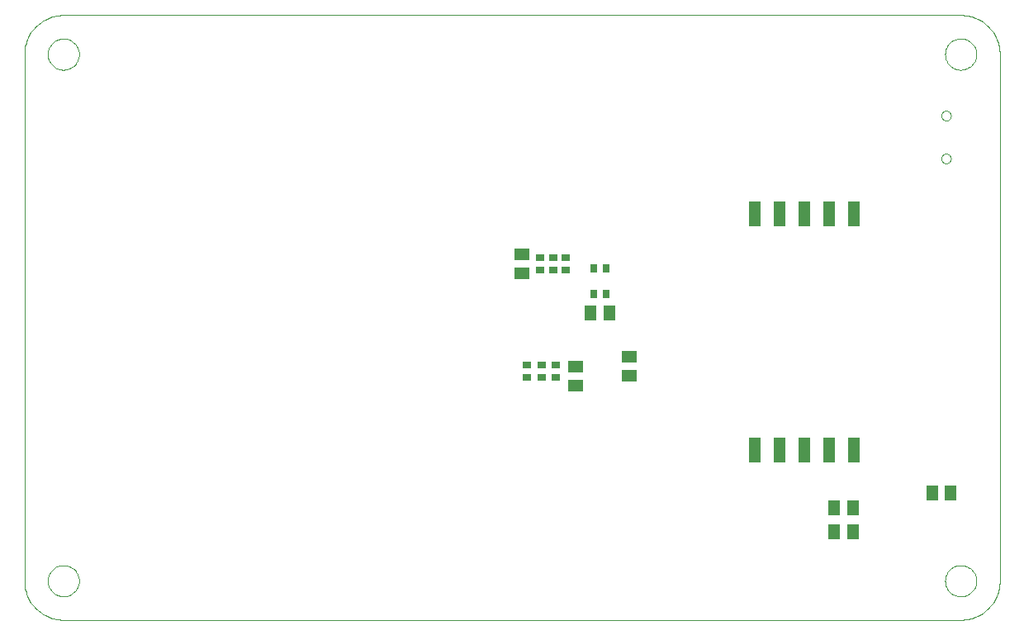
<source format=gbp>
G75*
G70*
%OFA0B0*%
%FSLAX24Y24*%
%IPPOS*%
%LPD*%
%AMOC8*
5,1,8,0,0,1.08239X$1,22.5*
%
%ADD10R,0.0500X0.1000*%
%ADD11R,0.0591X0.0512*%
%ADD12R,0.0354X0.0276*%
%ADD13R,0.0512X0.0591*%
%ADD14C,0.0000*%
%ADD15R,0.0276X0.0354*%
D10*
X035895Y010272D03*
X036895Y010272D03*
X037895Y010272D03*
X038895Y010272D03*
X039895Y010272D03*
X039895Y019788D03*
X038895Y019788D03*
X037895Y019788D03*
X036895Y019788D03*
X035895Y019788D03*
D11*
X030809Y014026D03*
X030809Y013278D03*
X028643Y013632D03*
X028643Y012884D03*
X026478Y017412D03*
X026478Y018160D03*
D12*
X027226Y018042D03*
X027738Y018042D03*
X028250Y018042D03*
X028250Y017530D03*
X027738Y017530D03*
X027226Y017530D03*
X027265Y013711D03*
X026675Y013711D03*
X026675Y013199D03*
X027265Y013199D03*
X027856Y013199D03*
X027856Y013711D03*
D13*
X029254Y015817D03*
X030002Y015817D03*
X039096Y007943D03*
X039844Y007943D03*
X039844Y006959D03*
X039096Y006959D03*
X043033Y008534D03*
X043781Y008534D03*
D14*
X044194Y003416D02*
X007974Y003416D01*
X007344Y004990D02*
X007346Y005040D01*
X007352Y005090D01*
X007362Y005139D01*
X007376Y005187D01*
X007393Y005234D01*
X007414Y005279D01*
X007439Y005323D01*
X007467Y005364D01*
X007499Y005403D01*
X007533Y005440D01*
X007570Y005474D01*
X007610Y005504D01*
X007652Y005531D01*
X007696Y005555D01*
X007742Y005576D01*
X007789Y005592D01*
X007837Y005605D01*
X007887Y005614D01*
X007936Y005619D01*
X007987Y005620D01*
X008037Y005617D01*
X008086Y005610D01*
X008135Y005599D01*
X008183Y005584D01*
X008229Y005566D01*
X008274Y005544D01*
X008317Y005518D01*
X008358Y005489D01*
X008397Y005457D01*
X008433Y005422D01*
X008465Y005384D01*
X008495Y005344D01*
X008522Y005301D01*
X008545Y005257D01*
X008564Y005211D01*
X008580Y005163D01*
X008592Y005114D01*
X008600Y005065D01*
X008604Y005015D01*
X008604Y004965D01*
X008600Y004915D01*
X008592Y004866D01*
X008580Y004817D01*
X008564Y004769D01*
X008545Y004723D01*
X008522Y004679D01*
X008495Y004636D01*
X008465Y004596D01*
X008433Y004558D01*
X008397Y004523D01*
X008358Y004491D01*
X008317Y004462D01*
X008274Y004436D01*
X008229Y004414D01*
X008183Y004396D01*
X008135Y004381D01*
X008086Y004370D01*
X008037Y004363D01*
X007987Y004360D01*
X007936Y004361D01*
X007887Y004366D01*
X007837Y004375D01*
X007789Y004388D01*
X007742Y004404D01*
X007696Y004425D01*
X007652Y004449D01*
X007610Y004476D01*
X007570Y004506D01*
X007533Y004540D01*
X007499Y004577D01*
X007467Y004616D01*
X007439Y004657D01*
X007414Y004701D01*
X007393Y004746D01*
X007376Y004793D01*
X007362Y004841D01*
X007352Y004890D01*
X007346Y004940D01*
X007344Y004990D01*
X006399Y004990D02*
X006401Y004913D01*
X006407Y004836D01*
X006416Y004759D01*
X006429Y004683D01*
X006446Y004607D01*
X006467Y004533D01*
X006491Y004459D01*
X006519Y004387D01*
X006550Y004317D01*
X006585Y004248D01*
X006623Y004180D01*
X006664Y004115D01*
X006709Y004052D01*
X006757Y003991D01*
X006807Y003932D01*
X006860Y003876D01*
X006916Y003823D01*
X006975Y003773D01*
X007036Y003725D01*
X007099Y003680D01*
X007164Y003639D01*
X007232Y003601D01*
X007301Y003566D01*
X007371Y003535D01*
X007443Y003507D01*
X007517Y003483D01*
X007591Y003462D01*
X007667Y003445D01*
X007743Y003432D01*
X007820Y003423D01*
X007897Y003417D01*
X007974Y003415D01*
X007897Y003417D01*
X007820Y003423D01*
X007743Y003432D01*
X007667Y003445D01*
X007591Y003462D01*
X007517Y003483D01*
X007443Y003507D01*
X007371Y003535D01*
X007301Y003566D01*
X007232Y003601D01*
X007164Y003639D01*
X007099Y003680D01*
X007036Y003725D01*
X006975Y003773D01*
X006916Y003823D01*
X006860Y003876D01*
X006807Y003932D01*
X006757Y003991D01*
X006709Y004052D01*
X006664Y004115D01*
X006623Y004180D01*
X006585Y004248D01*
X006550Y004317D01*
X006519Y004387D01*
X006491Y004459D01*
X006467Y004533D01*
X006446Y004607D01*
X006429Y004683D01*
X006416Y004759D01*
X006407Y004836D01*
X006401Y004913D01*
X006399Y004990D01*
X006399Y026250D01*
X007344Y026250D02*
X007346Y026300D01*
X007352Y026350D01*
X007362Y026399D01*
X007376Y026447D01*
X007393Y026494D01*
X007414Y026539D01*
X007439Y026583D01*
X007467Y026624D01*
X007499Y026663D01*
X007533Y026700D01*
X007570Y026734D01*
X007610Y026764D01*
X007652Y026791D01*
X007696Y026815D01*
X007742Y026836D01*
X007789Y026852D01*
X007837Y026865D01*
X007887Y026874D01*
X007936Y026879D01*
X007987Y026880D01*
X008037Y026877D01*
X008086Y026870D01*
X008135Y026859D01*
X008183Y026844D01*
X008229Y026826D01*
X008274Y026804D01*
X008317Y026778D01*
X008358Y026749D01*
X008397Y026717D01*
X008433Y026682D01*
X008465Y026644D01*
X008495Y026604D01*
X008522Y026561D01*
X008545Y026517D01*
X008564Y026471D01*
X008580Y026423D01*
X008592Y026374D01*
X008600Y026325D01*
X008604Y026275D01*
X008604Y026225D01*
X008600Y026175D01*
X008592Y026126D01*
X008580Y026077D01*
X008564Y026029D01*
X008545Y025983D01*
X008522Y025939D01*
X008495Y025896D01*
X008465Y025856D01*
X008433Y025818D01*
X008397Y025783D01*
X008358Y025751D01*
X008317Y025722D01*
X008274Y025696D01*
X008229Y025674D01*
X008183Y025656D01*
X008135Y025641D01*
X008086Y025630D01*
X008037Y025623D01*
X007987Y025620D01*
X007936Y025621D01*
X007887Y025626D01*
X007837Y025635D01*
X007789Y025648D01*
X007742Y025664D01*
X007696Y025685D01*
X007652Y025709D01*
X007610Y025736D01*
X007570Y025766D01*
X007533Y025800D01*
X007499Y025837D01*
X007467Y025876D01*
X007439Y025917D01*
X007414Y025961D01*
X007393Y026006D01*
X007376Y026053D01*
X007362Y026101D01*
X007352Y026150D01*
X007346Y026200D01*
X007344Y026250D01*
X006399Y026250D02*
X006401Y026327D01*
X006407Y026404D01*
X006416Y026481D01*
X006429Y026557D01*
X006446Y026633D01*
X006467Y026707D01*
X006491Y026781D01*
X006519Y026853D01*
X006550Y026923D01*
X006585Y026992D01*
X006623Y027060D01*
X006664Y027125D01*
X006709Y027188D01*
X006757Y027249D01*
X006807Y027308D01*
X006860Y027364D01*
X006916Y027417D01*
X006975Y027467D01*
X007036Y027515D01*
X007099Y027560D01*
X007164Y027601D01*
X007232Y027639D01*
X007301Y027674D01*
X007371Y027705D01*
X007443Y027733D01*
X007517Y027757D01*
X007591Y027778D01*
X007667Y027795D01*
X007743Y027808D01*
X007820Y027817D01*
X007897Y027823D01*
X007974Y027825D01*
X044194Y027825D01*
X043564Y026250D02*
X043566Y026300D01*
X043572Y026350D01*
X043582Y026399D01*
X043596Y026447D01*
X043613Y026494D01*
X043634Y026539D01*
X043659Y026583D01*
X043687Y026624D01*
X043719Y026663D01*
X043753Y026700D01*
X043790Y026734D01*
X043830Y026764D01*
X043872Y026791D01*
X043916Y026815D01*
X043962Y026836D01*
X044009Y026852D01*
X044057Y026865D01*
X044107Y026874D01*
X044156Y026879D01*
X044207Y026880D01*
X044257Y026877D01*
X044306Y026870D01*
X044355Y026859D01*
X044403Y026844D01*
X044449Y026826D01*
X044494Y026804D01*
X044537Y026778D01*
X044578Y026749D01*
X044617Y026717D01*
X044653Y026682D01*
X044685Y026644D01*
X044715Y026604D01*
X044742Y026561D01*
X044765Y026517D01*
X044784Y026471D01*
X044800Y026423D01*
X044812Y026374D01*
X044820Y026325D01*
X044824Y026275D01*
X044824Y026225D01*
X044820Y026175D01*
X044812Y026126D01*
X044800Y026077D01*
X044784Y026029D01*
X044765Y025983D01*
X044742Y025939D01*
X044715Y025896D01*
X044685Y025856D01*
X044653Y025818D01*
X044617Y025783D01*
X044578Y025751D01*
X044537Y025722D01*
X044494Y025696D01*
X044449Y025674D01*
X044403Y025656D01*
X044355Y025641D01*
X044306Y025630D01*
X044257Y025623D01*
X044207Y025620D01*
X044156Y025621D01*
X044107Y025626D01*
X044057Y025635D01*
X044009Y025648D01*
X043962Y025664D01*
X043916Y025685D01*
X043872Y025709D01*
X043830Y025736D01*
X043790Y025766D01*
X043753Y025800D01*
X043719Y025837D01*
X043687Y025876D01*
X043659Y025917D01*
X043634Y025961D01*
X043613Y026006D01*
X043596Y026053D01*
X043582Y026101D01*
X043572Y026150D01*
X043566Y026200D01*
X043564Y026250D01*
X044194Y027825D02*
X044271Y027823D01*
X044348Y027817D01*
X044425Y027808D01*
X044501Y027795D01*
X044577Y027778D01*
X044651Y027757D01*
X044725Y027733D01*
X044797Y027705D01*
X044867Y027674D01*
X044936Y027639D01*
X045004Y027601D01*
X045069Y027560D01*
X045132Y027515D01*
X045193Y027467D01*
X045252Y027417D01*
X045308Y027364D01*
X045361Y027308D01*
X045411Y027249D01*
X045459Y027188D01*
X045504Y027125D01*
X045545Y027060D01*
X045583Y026992D01*
X045618Y026923D01*
X045649Y026853D01*
X045677Y026781D01*
X045701Y026707D01*
X045722Y026633D01*
X045739Y026557D01*
X045752Y026481D01*
X045761Y026404D01*
X045767Y026327D01*
X045769Y026250D01*
X045769Y004990D01*
X043564Y004990D02*
X043566Y005040D01*
X043572Y005090D01*
X043582Y005139D01*
X043596Y005187D01*
X043613Y005234D01*
X043634Y005279D01*
X043659Y005323D01*
X043687Y005364D01*
X043719Y005403D01*
X043753Y005440D01*
X043790Y005474D01*
X043830Y005504D01*
X043872Y005531D01*
X043916Y005555D01*
X043962Y005576D01*
X044009Y005592D01*
X044057Y005605D01*
X044107Y005614D01*
X044156Y005619D01*
X044207Y005620D01*
X044257Y005617D01*
X044306Y005610D01*
X044355Y005599D01*
X044403Y005584D01*
X044449Y005566D01*
X044494Y005544D01*
X044537Y005518D01*
X044578Y005489D01*
X044617Y005457D01*
X044653Y005422D01*
X044685Y005384D01*
X044715Y005344D01*
X044742Y005301D01*
X044765Y005257D01*
X044784Y005211D01*
X044800Y005163D01*
X044812Y005114D01*
X044820Y005065D01*
X044824Y005015D01*
X044824Y004965D01*
X044820Y004915D01*
X044812Y004866D01*
X044800Y004817D01*
X044784Y004769D01*
X044765Y004723D01*
X044742Y004679D01*
X044715Y004636D01*
X044685Y004596D01*
X044653Y004558D01*
X044617Y004523D01*
X044578Y004491D01*
X044537Y004462D01*
X044494Y004436D01*
X044449Y004414D01*
X044403Y004396D01*
X044355Y004381D01*
X044306Y004370D01*
X044257Y004363D01*
X044207Y004360D01*
X044156Y004361D01*
X044107Y004366D01*
X044057Y004375D01*
X044009Y004388D01*
X043962Y004404D01*
X043916Y004425D01*
X043872Y004449D01*
X043830Y004476D01*
X043790Y004506D01*
X043753Y004540D01*
X043719Y004577D01*
X043687Y004616D01*
X043659Y004657D01*
X043634Y004701D01*
X043613Y004746D01*
X043596Y004793D01*
X043582Y004841D01*
X043572Y004890D01*
X043566Y004940D01*
X043564Y004990D01*
X044194Y003415D02*
X044271Y003417D01*
X044348Y003423D01*
X044425Y003432D01*
X044501Y003445D01*
X044577Y003462D01*
X044651Y003483D01*
X044725Y003507D01*
X044797Y003535D01*
X044867Y003566D01*
X044936Y003601D01*
X045004Y003639D01*
X045069Y003680D01*
X045132Y003725D01*
X045193Y003773D01*
X045252Y003823D01*
X045308Y003876D01*
X045361Y003932D01*
X045411Y003991D01*
X045459Y004052D01*
X045504Y004115D01*
X045545Y004180D01*
X045583Y004248D01*
X045618Y004317D01*
X045649Y004387D01*
X045677Y004459D01*
X045701Y004533D01*
X045722Y004607D01*
X045739Y004683D01*
X045752Y004759D01*
X045761Y004836D01*
X045767Y004913D01*
X045769Y004990D01*
X045767Y004913D01*
X045761Y004836D01*
X045752Y004759D01*
X045739Y004683D01*
X045722Y004607D01*
X045701Y004533D01*
X045677Y004459D01*
X045649Y004387D01*
X045618Y004317D01*
X045583Y004248D01*
X045545Y004180D01*
X045504Y004115D01*
X045459Y004052D01*
X045411Y003991D01*
X045361Y003932D01*
X045308Y003876D01*
X045252Y003823D01*
X045193Y003773D01*
X045132Y003725D01*
X045069Y003680D01*
X045004Y003639D01*
X044936Y003601D01*
X044867Y003566D01*
X044797Y003535D01*
X044725Y003507D01*
X044651Y003483D01*
X044577Y003462D01*
X044501Y003445D01*
X044425Y003432D01*
X044348Y003423D01*
X044271Y003417D01*
X044194Y003415D01*
X044271Y003417D01*
X044348Y003423D01*
X044425Y003432D01*
X044501Y003445D01*
X044577Y003462D01*
X044651Y003483D01*
X044725Y003507D01*
X044797Y003535D01*
X044867Y003566D01*
X044936Y003601D01*
X045004Y003639D01*
X045069Y003680D01*
X045132Y003725D01*
X045193Y003773D01*
X045252Y003823D01*
X045308Y003876D01*
X045361Y003932D01*
X045411Y003991D01*
X045459Y004052D01*
X045504Y004115D01*
X045545Y004180D01*
X045583Y004248D01*
X045618Y004317D01*
X045649Y004387D01*
X045677Y004459D01*
X045701Y004533D01*
X045722Y004607D01*
X045739Y004683D01*
X045752Y004759D01*
X045761Y004836D01*
X045767Y004913D01*
X045769Y004990D01*
X043407Y022038D02*
X043409Y022065D01*
X043415Y022092D01*
X043424Y022118D01*
X043437Y022142D01*
X043453Y022165D01*
X043472Y022184D01*
X043494Y022201D01*
X043518Y022215D01*
X043543Y022225D01*
X043570Y022232D01*
X043597Y022235D01*
X043625Y022234D01*
X043652Y022229D01*
X043678Y022221D01*
X043702Y022209D01*
X043725Y022193D01*
X043746Y022175D01*
X043763Y022154D01*
X043778Y022130D01*
X043789Y022105D01*
X043797Y022079D01*
X043801Y022052D01*
X043801Y022024D01*
X043797Y021997D01*
X043789Y021971D01*
X043778Y021946D01*
X043763Y021922D01*
X043746Y021901D01*
X043725Y021883D01*
X043703Y021867D01*
X043678Y021855D01*
X043652Y021847D01*
X043625Y021842D01*
X043597Y021841D01*
X043570Y021844D01*
X043543Y021851D01*
X043518Y021861D01*
X043494Y021875D01*
X043472Y021892D01*
X043453Y021911D01*
X043437Y021934D01*
X043424Y021958D01*
X043415Y021984D01*
X043409Y022011D01*
X043407Y022038D01*
X043407Y023770D02*
X043409Y023797D01*
X043415Y023824D01*
X043424Y023850D01*
X043437Y023874D01*
X043453Y023897D01*
X043472Y023916D01*
X043494Y023933D01*
X043518Y023947D01*
X043543Y023957D01*
X043570Y023964D01*
X043597Y023967D01*
X043625Y023966D01*
X043652Y023961D01*
X043678Y023953D01*
X043702Y023941D01*
X043725Y023925D01*
X043746Y023907D01*
X043763Y023886D01*
X043778Y023862D01*
X043789Y023837D01*
X043797Y023811D01*
X043801Y023784D01*
X043801Y023756D01*
X043797Y023729D01*
X043789Y023703D01*
X043778Y023678D01*
X043763Y023654D01*
X043746Y023633D01*
X043725Y023615D01*
X043703Y023599D01*
X043678Y023587D01*
X043652Y023579D01*
X043625Y023574D01*
X043597Y023573D01*
X043570Y023576D01*
X043543Y023583D01*
X043518Y023593D01*
X043494Y023607D01*
X043472Y023624D01*
X043453Y023643D01*
X043437Y023666D01*
X043424Y023690D01*
X043415Y023716D01*
X043409Y023743D01*
X043407Y023770D01*
X045769Y026250D02*
X045767Y026327D01*
X045761Y026404D01*
X045752Y026481D01*
X045739Y026557D01*
X045722Y026633D01*
X045701Y026707D01*
X045677Y026781D01*
X045649Y026853D01*
X045618Y026923D01*
X045583Y026992D01*
X045545Y027060D01*
X045504Y027125D01*
X045459Y027188D01*
X045411Y027249D01*
X045361Y027308D01*
X045308Y027364D01*
X045252Y027417D01*
X045193Y027467D01*
X045132Y027515D01*
X045069Y027560D01*
X045004Y027601D01*
X044936Y027639D01*
X044867Y027674D01*
X044797Y027705D01*
X044725Y027733D01*
X044651Y027757D01*
X044577Y027778D01*
X044501Y027795D01*
X044425Y027808D01*
X044348Y027817D01*
X044271Y027823D01*
X044194Y027825D01*
X044271Y027823D01*
X044348Y027817D01*
X044425Y027808D01*
X044501Y027795D01*
X044577Y027778D01*
X044651Y027757D01*
X044725Y027733D01*
X044797Y027705D01*
X044867Y027674D01*
X044936Y027639D01*
X045004Y027601D01*
X045069Y027560D01*
X045132Y027515D01*
X045193Y027467D01*
X045252Y027417D01*
X045308Y027364D01*
X045361Y027308D01*
X045411Y027249D01*
X045459Y027188D01*
X045504Y027125D01*
X045545Y027060D01*
X045583Y026992D01*
X045618Y026923D01*
X045649Y026853D01*
X045677Y026781D01*
X045701Y026707D01*
X045722Y026633D01*
X045739Y026557D01*
X045752Y026481D01*
X045761Y026404D01*
X045767Y026327D01*
X045769Y026250D01*
X007974Y027825D02*
X007897Y027823D01*
X007820Y027817D01*
X007743Y027808D01*
X007667Y027795D01*
X007591Y027778D01*
X007517Y027757D01*
X007443Y027733D01*
X007371Y027705D01*
X007301Y027674D01*
X007232Y027639D01*
X007164Y027601D01*
X007099Y027560D01*
X007036Y027515D01*
X006975Y027467D01*
X006916Y027417D01*
X006860Y027364D01*
X006807Y027308D01*
X006757Y027249D01*
X006709Y027188D01*
X006664Y027125D01*
X006623Y027060D01*
X006585Y026992D01*
X006550Y026923D01*
X006519Y026853D01*
X006491Y026781D01*
X006467Y026707D01*
X006446Y026633D01*
X006429Y026557D01*
X006416Y026481D01*
X006407Y026404D01*
X006401Y026327D01*
X006399Y026250D01*
X006401Y026327D01*
X006407Y026404D01*
X006416Y026481D01*
X006429Y026557D01*
X006446Y026633D01*
X006467Y026707D01*
X006491Y026781D01*
X006519Y026853D01*
X006550Y026923D01*
X006585Y026992D01*
X006623Y027060D01*
X006664Y027125D01*
X006709Y027188D01*
X006757Y027249D01*
X006807Y027308D01*
X006860Y027364D01*
X006916Y027417D01*
X006975Y027467D01*
X007036Y027515D01*
X007099Y027560D01*
X007164Y027601D01*
X007232Y027639D01*
X007301Y027674D01*
X007371Y027705D01*
X007443Y027733D01*
X007517Y027757D01*
X007591Y027778D01*
X007667Y027795D01*
X007743Y027808D01*
X007820Y027817D01*
X007897Y027823D01*
X007974Y027825D01*
X006399Y004990D02*
X006401Y004913D01*
X006407Y004836D01*
X006416Y004759D01*
X006429Y004683D01*
X006446Y004607D01*
X006467Y004533D01*
X006491Y004459D01*
X006519Y004387D01*
X006550Y004317D01*
X006585Y004248D01*
X006623Y004180D01*
X006664Y004115D01*
X006709Y004052D01*
X006757Y003991D01*
X006807Y003932D01*
X006860Y003876D01*
X006916Y003823D01*
X006975Y003773D01*
X007036Y003725D01*
X007099Y003680D01*
X007164Y003639D01*
X007232Y003601D01*
X007301Y003566D01*
X007371Y003535D01*
X007443Y003507D01*
X007517Y003483D01*
X007591Y003462D01*
X007667Y003445D01*
X007743Y003432D01*
X007820Y003423D01*
X007897Y003417D01*
X007974Y003415D01*
D15*
X029372Y016565D03*
X029883Y016565D03*
X029883Y017589D03*
X029372Y017589D03*
M02*

</source>
